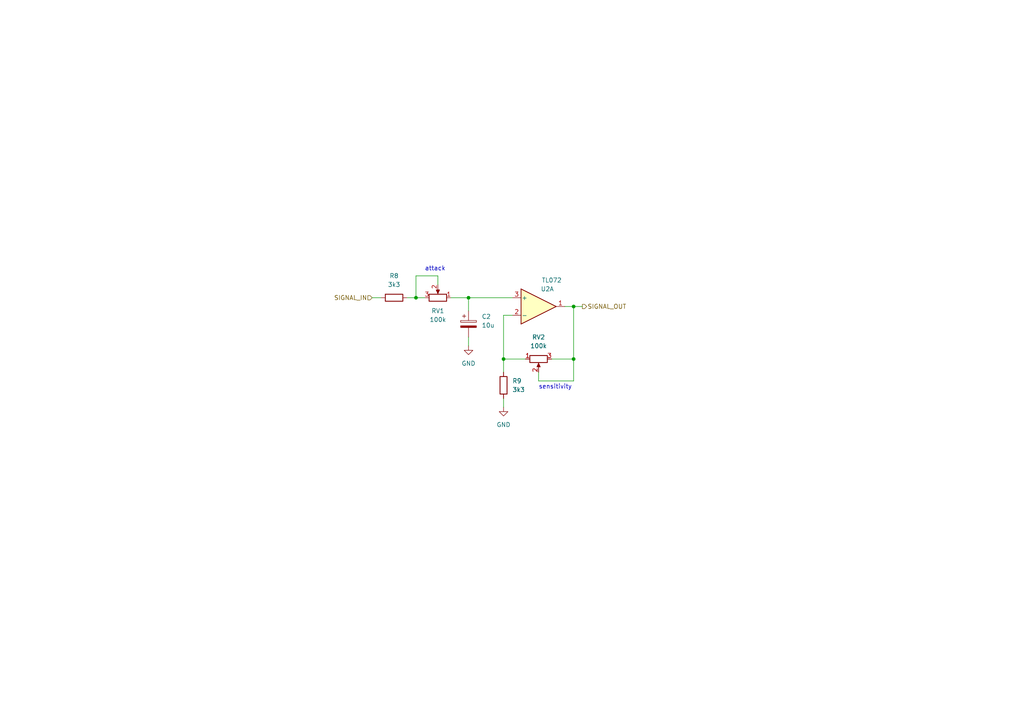
<source format=kicad_sch>
(kicad_sch (version 20211123) (generator eeschema)
  (paper "A4")
  (title_block (title "M.S.M. Stereo Lowpass Filter Pedal") (date "2022-05-22") (rev "0") (comment 2 "creativecommons.org/licenses/by/4.0") (comment 3 "License: CC by 4.0") (comment 4 "Author: Jordan Aceto"))
  (lib_symbols
    (symbol "Amplifier_Operational:TL072" (pin_names (offset 0.127))
      (property "Reference" "U" (at 0 5.08 0))
      (property "Value" "TL072" (at 0 -5.08 0))
      (symbol "TL072_1_1"
        (polyline (pts (xy -5.08 5.08) (xy 5.08 0) (xy -5.08 -5.08) (xy -5.08 5.08)) (stroke (width 0.254)) (fill (type background)))
        (pin output line (at 7.62 0 180) (length 2.54) (name "~") (number "1"))
        (pin input line (at -7.62 -2.54 0) (length 2.54) (name "-") (number "2"))
        (pin input line (at -7.62 2.54 0) (length 2.54) (name "+") (number "3"))
      )
      (symbol "TL072_2_1"
        (polyline (pts (xy -5.08 5.08) (xy 5.08 0) (xy -5.08 -5.08) (xy -5.08 5.08)) (stroke (width 0.254)) (fill (type background)))
        (pin input line (at -7.62 2.54 0) (length 2.54) (name "+") (number "5"))
        (pin input line (at -7.62 -2.54 0) (length 2.54) (name "-") (number "6"))
        (pin output line (at 7.62 0 180) (length 2.54) (name "~") (number "7"))
      )
      (symbol "TL072_3_1"
        (pin power_in line (at -2.54 -7.62 90) (length 3.81) (name "V-") (number "4"))
        (pin power_in line (at -2.54 7.62 270) (length 3.81) (name "V+") (number "8"))
      )
    )
    (symbol "Device:C_Polarized" (pin_numbers hide) (pin_names (offset 0.254))
      (property "Reference" "C" (at 0.635 2.54 0))
      (property "Value" "C_Polarized" (at 0.635 -2.54 0))
      (symbol "C_Polarized_0_1"
        (rectangle (start -2.286 0.508) (end 2.286 1.016))
        (polyline (pts (xy -1.778 2.286) (xy -0.762 2.286)))
        (polyline (pts (xy -1.27 2.794) (xy -1.27 1.778)))
        (rectangle (start 2.286 -0.508) (end -2.286 -1.016) (fill (type outline)))
      )
      (symbol "C_Polarized_1_1"
        (pin passive line (at 0 3.81 270) (length 2.794) (name "~") (number "1"))
        (pin passive line (at 0 -3.81 90) (length 2.794) (name "~") (number "2"))
      )
    )
    (symbol "Device:R" (pin_numbers hide) (pin_names (offset 0))
      (property "Reference" "R" (at 2.032 0 90))
      (property "Value" "R" (at 0 0 90))
      (symbol "R_0_1"
        (rectangle (start -1.016 -2.54) (end 1.016 2.54) (stroke (width 0.254)))
      )
      (symbol "R_1_1"
        (pin passive line (at 0 3.81 270) (length 1.27) (name "~") (number "1"))
        (pin passive line (at 0 -3.81 90) (length 1.27) (name "~") (number "2"))
      )
    )
    (symbol "Device:R_Potentiometer" (pin_names (offset 1.016) hide)
      (property "Reference" "RV" (at -4.445 0 90))
      (property "Value" "R_Potentiometer" (at -2.54 0 90))
      (symbol "R_Potentiometer_0_1"
        (polyline (pts (xy 2.54 0) (xy 1.524 0)))
        (polyline (pts (xy 1.143 0) (xy 2.286 0.508) (xy 2.286 -0.508) (xy 1.143 0)) (fill (type outline)))
        (rectangle (start 1.016 2.54) (end -1.016 -2.54) (stroke (width 0.254)))
      )
      (symbol "R_Potentiometer_1_1"
        (pin passive line (at 0 3.81 270) (length 1.27) (name "1") (number "1"))
        (pin passive line (at 3.81 0 180) (length 1.27) (name "2") (number "2"))
        (pin passive line (at 0 -3.81 90) (length 1.27) (name "3") (number "3"))
      )
    )
    (symbol "power:GND" (power) (pin_names (offset 0))
      (property "Value" "GND" (at 0 -3.81 0))
      (symbol "GND_0_1"
        (polyline (pts (xy 0 0) (xy 0 -1.27) (xy 1.27 -1.27) (xy 0 -2.54) (xy -1.27 -1.27) (xy 0 -1.27)))
      )
      (symbol "GND_1_1"
        (pin power_in line (at 0 0 270) (length 0) hide (name "GND") (number "1"))
      )
    )
  )
  (junction (at 146.05 104.14))
  (junction (at 120.65 86.36))
  (junction (at 166.37 88.9))
  (junction (at 135.89 86.36))
  (junction (at 166.37 104.14))
  (wire (pts (xy 135.89 86.36) (xy 148.59 86.36)))
  (wire (pts (xy 146.05 104.14) (xy 152.4 104.14)))
  (wire (pts (xy 146.05 115.57) (xy 146.05 118.11)))
  (wire (pts (xy 156.21 110.49) (xy 166.37 110.49)))
  (wire (pts (xy 127 80.01) (xy 127 82.55)))
  (wire (pts (xy 166.37 88.9) (xy 166.37 104.14)))
  (wire (pts (xy 118.11 86.36) (xy 120.65 86.36)))
  (wire (pts (xy 123.19 86.36) (xy 120.65 86.36)))
  (wire (pts (xy 160.02 104.14) (xy 166.37 104.14)))
  (wire (pts (xy 146.05 104.14) (xy 146.05 107.95)))
  (wire (pts (xy 107.95 86.36) (xy 110.49 86.36)))
  (wire (pts (xy 130.81 86.36) (xy 135.89 86.36)))
  (wire (pts (xy 135.89 90.17) (xy 135.89 86.36)))
  (wire (pts (xy 166.37 88.9) (xy 163.83 88.9)))
  (wire (pts (xy 166.37 88.9) (xy 168.91 88.9)))
  (wire (pts (xy 156.21 107.95) (xy 156.21 110.49)))
  (wire (pts (xy 166.37 104.14) (xy 166.37 110.49)))
  (wire (pts (xy 120.65 80.01) (xy 127 80.01)))
  (wire (pts (xy 146.05 91.44) (xy 146.05 104.14)))
  (wire (pts (xy 148.59 91.44) (xy 146.05 91.44)))
  (wire (pts (xy 120.65 86.36) (xy 120.65 80.01)))
  (wire (pts (xy 135.89 97.79) (xy 135.89 100.33)))
  (text "attack" (at 123.19 78.74 0) (effects (font (size 1.27 1.27)) (justify left bottom)))
  (text "sensitivity" (at 156.21 113.03 0) (effects (font (size 1.27 1.27)) (justify left bottom)))
  (hierarchical_label "SIGNAL_IN" (shape input) (at 107.95 86.36 180))
  (hierarchical_label "SIGNAL_OUT" (shape output) (at 168.91 88.9 0))
  (symbol (lib_id "Device:R_Potentiometer") (at 156.21 104.14 90) (mirror x) (unit 1)
    (property "Reference" "RV2" (at 156.21 97.79 90))
    (property "Value" "100k" (at 156.21 100.33 90))
    (property "Footprint" "Potentiometer_THT:Potentiometer_Alpha_RD901F-40-00D_Single_Vertical" (effects hide))
  )
  (symbol (lib_id "Amplifier_Operational:TL072") (at 156.21 88.9 0) (unit 1)
    (property "Reference" "U2" (at 158.75 83.82 0))
    (property "Value" "TL072" (at 160.02 81.28 0))
    (property "Footprint" "Package_SO:SOIC-8_3.9x4.9mm_P1.27mm" (effects hide))
    (property "Datasheet" "http://www.ti.com/lit/ds/symlink/tl071.pdf" (effects hide))
  )
  (symbol (lib_id "power:GND") (at 146.05 118.11 0) (unit 1)
    (property "Reference" "#PWR012" (effects hide))
    (property "Value" "GND" (at 146.05 123.19 0))
  )
  (symbol (lib_id "Device:R_Potentiometer") (at 127 86.36 270) (mirror x) (unit 1)
    (property "Reference" "RV1" (at 127 90.17 90))
    (property "Value" "100k" (at 127 92.71 90))
    (property "Footprint" "Potentiometer_THT:Potentiometer_Alpha_RD901F-40-00D_Single_Vertical" (effects hide))
  )
  (symbol (lib_id "Device:C_Polarized") (at 135.89 93.98 0) (unit 1)
    (property "Reference" "C2" (at 139.7 91.8209 0) (effects (justify left)))
    (property "Value" "10u" (at 139.7 94.3609 0) (effects (justify left)))
    (property "Footprint" "Capacitor_THT:CP_Radial_D6.3mm_P2.50mm" (effects hide))
  )
  (symbol (lib_id "power:GND") (at 135.89 100.33 0) (unit 1)
    (property "Reference" "#PWR011" (effects hide))
    (property "Value" "GND" (at 135.89 105.41 0))
  )
  (symbol (lib_id "Device:R") (at 146.05 111.76 0) (unit 1)
    (property "Reference" "R9" (at 148.59 110.4899 0) (effects (justify left)))
    (property "Value" "3k3" (at 148.59 113.0299 0) (effects (justify left)))
    (property "Footprint" "Resistor_SMD:R_0805_2012Metric" (effects hide))
  )
  (symbol (lib_id "Device:R") (at 114.3 86.36 90) (unit 1)
    (property "Reference" "R8" (at 114.3 80.01 90))
    (property "Value" "3k3" (at 114.3 82.55 90))
    (property "Footprint" "Resistor_SMD:R_0805_2012Metric" (effects hide))
  )
)
</source>
